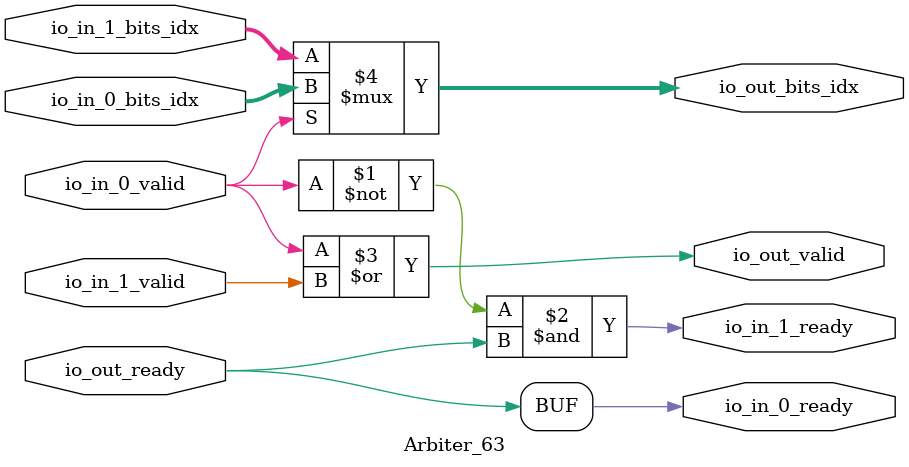
<source format=sv>
`ifndef RANDOMIZE
  `ifdef RANDOMIZE_REG_INIT
    `define RANDOMIZE
  `endif // RANDOMIZE_REG_INIT
`endif // not def RANDOMIZE
`ifndef RANDOMIZE
  `ifdef RANDOMIZE_MEM_INIT
    `define RANDOMIZE
  `endif // RANDOMIZE_MEM_INIT
`endif // not def RANDOMIZE

`ifndef RANDOM
  `define RANDOM $random
`endif // not def RANDOM

// Users can define 'PRINTF_COND' to add an extra gate to prints.
`ifndef PRINTF_COND_
  `ifdef PRINTF_COND
    `define PRINTF_COND_ (`PRINTF_COND)
  `else  // PRINTF_COND
    `define PRINTF_COND_ 1
  `endif // PRINTF_COND
`endif // not def PRINTF_COND_

// Users can define 'ASSERT_VERBOSE_COND' to add an extra gate to assert error printing.
`ifndef ASSERT_VERBOSE_COND_
  `ifdef ASSERT_VERBOSE_COND
    `define ASSERT_VERBOSE_COND_ (`ASSERT_VERBOSE_COND)
  `else  // ASSERT_VERBOSE_COND
    `define ASSERT_VERBOSE_COND_ 1
  `endif // ASSERT_VERBOSE_COND
`endif // not def ASSERT_VERBOSE_COND_

// Users can define 'STOP_COND' to add an extra gate to stop conditions.
`ifndef STOP_COND_
  `ifdef STOP_COND
    `define STOP_COND_ (`STOP_COND)
  `else  // STOP_COND
    `define STOP_COND_ 1
  `endif // STOP_COND
`endif // not def STOP_COND_

// Users can define INIT_RANDOM as general code that gets injected into the
// initializer block for modules with registers.
`ifndef INIT_RANDOM
  `define INIT_RANDOM
`endif // not def INIT_RANDOM

// If using random initialization, you can also define RANDOMIZE_DELAY to
// customize the delay used, otherwise 0.002 is used.
`ifndef RANDOMIZE_DELAY
  `define RANDOMIZE_DELAY 0.002
`endif // not def RANDOMIZE_DELAY

// Define INIT_RANDOM_PROLOG_ for use in our modules below.
`ifndef INIT_RANDOM_PROLOG_
  `ifdef RANDOMIZE
    `ifdef VERILATOR
      `define INIT_RANDOM_PROLOG_ `INIT_RANDOM
    `else  // VERILATOR
      `define INIT_RANDOM_PROLOG_ `INIT_RANDOM #`RANDOMIZE_DELAY begin end
    `endif // VERILATOR
  `else  // RANDOMIZE
    `define INIT_RANDOM_PROLOG_
  `endif // RANDOMIZE
`endif // not def INIT_RANDOM_PROLOG_

module Arbiter_63(
  input        io_in_0_valid,
  input  [4:0] io_in_0_bits_idx,
  input        io_in_1_valid,
  input  [4:0] io_in_1_bits_idx,
  input        io_out_ready,
  output       io_in_0_ready,
               io_in_1_ready,
               io_out_valid,
  output [4:0] io_out_bits_idx
);

  assign io_in_0_ready = io_out_ready;
  assign io_in_1_ready = ~io_in_0_valid & io_out_ready;	// @[Arbiter.scala:45:78, :146:19]
  assign io_out_valid = io_in_0_valid | io_in_1_valid;	// @[Arbiter.scala:147:31]
  assign io_out_bits_idx = io_in_0_valid ? io_in_0_bits_idx : io_in_1_bits_idx;	// @[Arbiter.scala:136:15, :138:26, :140:19]
endmodule


</source>
